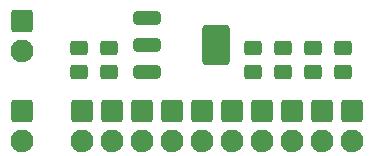
<source format=gts>
G04 Layer_Color=8388736*
%FSLAX25Y25*%
%MOIN*%
G70*
G01*
G75*
G04:AMPARAMS|DCode=19|XSize=47.37mil|YSize=59.18mil|CornerRadius=8.92mil|HoleSize=0mil|Usage=FLASHONLY|Rotation=270.000|XOffset=0mil|YOffset=0mil|HoleType=Round|Shape=RoundedRectangle|*
%AMROUNDEDRECTD19*
21,1,0.04737,0.04134,0,0,270.0*
21,1,0.02953,0.05918,0,0,270.0*
1,1,0.01784,-0.02067,-0.01476*
1,1,0.01784,-0.02067,0.01476*
1,1,0.01784,0.02067,0.01476*
1,1,0.01784,0.02067,-0.01476*
%
%ADD19ROUNDEDRECTD19*%
G04:AMPARAMS|DCode=20|XSize=135.95mil|YSize=92.65mil|CornerRadius=14.58mil|HoleSize=0mil|Usage=FLASHONLY|Rotation=90.000|XOffset=0mil|YOffset=0mil|HoleType=Round|Shape=RoundedRectangle|*
%AMROUNDEDRECTD20*
21,1,0.13595,0.06348,0,0,90.0*
21,1,0.10679,0.09265,0,0,90.0*
1,1,0.02916,0.03174,0.05340*
1,1,0.02916,0.03174,-0.05340*
1,1,0.02916,-0.03174,-0.05340*
1,1,0.02916,-0.03174,0.05340*
%
%ADD20ROUNDEDRECTD20*%
G04:AMPARAMS|DCode=21|XSize=45.4mil|YSize=92.65mil|CornerRadius=13.35mil|HoleSize=0mil|Usage=FLASHONLY|Rotation=90.000|XOffset=0mil|YOffset=0mil|HoleType=Round|Shape=RoundedRectangle|*
%AMROUNDEDRECTD21*
21,1,0.04540,0.06594,0,0,90.0*
21,1,0.01870,0.09265,0,0,90.0*
1,1,0.02670,0.03297,0.00935*
1,1,0.02670,0.03297,-0.00935*
1,1,0.02670,-0.03297,-0.00935*
1,1,0.02670,-0.03297,0.00935*
%
%ADD21ROUNDEDRECTD21*%
%ADD22C,0.07600*%
G04:AMPARAMS|DCode=23|XSize=76mil|YSize=76mil|CornerRadius=14.2mil|HoleSize=0mil|Usage=FLASHONLY|Rotation=0.000|XOffset=0mil|YOffset=0mil|HoleType=Round|Shape=RoundedRectangle|*
%AMROUNDEDRECTD23*
21,1,0.07600,0.04760,0,0,0.0*
21,1,0.04760,0.07600,0,0,0.0*
1,1,0.02840,0.02380,-0.02380*
1,1,0.02840,-0.02380,-0.02380*
1,1,0.02840,-0.02380,0.02380*
1,1,0.02840,0.02380,0.02380*
%
%ADD23ROUNDEDRECTD23*%
D19*
X117000Y33063D02*
D03*
Y40937D02*
D03*
X29000D02*
D03*
Y33063D02*
D03*
X39000Y40937D02*
D03*
Y33063D02*
D03*
X87000Y40937D02*
D03*
Y33063D02*
D03*
X97000Y40937D02*
D03*
Y33063D02*
D03*
X107000Y40937D02*
D03*
Y33063D02*
D03*
D20*
X74417Y42000D02*
D03*
D21*
X51583Y32945D02*
D03*
Y42000D02*
D03*
Y51055D02*
D03*
D22*
X30000Y10000D02*
D03*
X40000D02*
D03*
X50000D02*
D03*
X60000D02*
D03*
X70000D02*
D03*
X80000D02*
D03*
X90000D02*
D03*
X100000D02*
D03*
X110000D02*
D03*
X120000D02*
D03*
X10000D02*
D03*
Y40000D02*
D03*
D23*
X30000Y20000D02*
D03*
X40000D02*
D03*
X50000D02*
D03*
X60000D02*
D03*
X70000D02*
D03*
X80000D02*
D03*
X90000D02*
D03*
X100000D02*
D03*
X110000D02*
D03*
X120000D02*
D03*
X10000D02*
D03*
Y50000D02*
D03*
M02*

</source>
